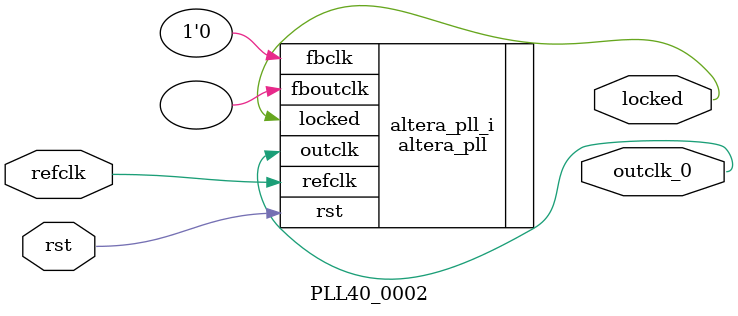
<source format=v>
`timescale 1ns/10ps
module  PLL40_0002(

	// interface 'refclk'
	input wire refclk,

	// interface 'reset'
	input wire rst,

	// interface 'outclk0'
	output wire outclk_0,

	// interface 'locked'
	output wire locked
);

	altera_pll #(
		.fractional_vco_multiplier("false"),
		.reference_clock_frequency("50.0 MHz"),
		.operation_mode("direct"),
		.number_of_clocks(1),
		.output_clock_frequency0("40.000000 MHz"),
		.phase_shift0("0 ps"),
		.duty_cycle0(50),
		.output_clock_frequency1("0 MHz"),
		.phase_shift1("0 ps"),
		.duty_cycle1(50),
		.output_clock_frequency2("0 MHz"),
		.phase_shift2("0 ps"),
		.duty_cycle2(50),
		.output_clock_frequency3("0 MHz"),
		.phase_shift3("0 ps"),
		.duty_cycle3(50),
		.output_clock_frequency4("0 MHz"),
		.phase_shift4("0 ps"),
		.duty_cycle4(50),
		.output_clock_frequency5("0 MHz"),
		.phase_shift5("0 ps"),
		.duty_cycle5(50),
		.output_clock_frequency6("0 MHz"),
		.phase_shift6("0 ps"),
		.duty_cycle6(50),
		.output_clock_frequency7("0 MHz"),
		.phase_shift7("0 ps"),
		.duty_cycle7(50),
		.output_clock_frequency8("0 MHz"),
		.phase_shift8("0 ps"),
		.duty_cycle8(50),
		.output_clock_frequency9("0 MHz"),
		.phase_shift9("0 ps"),
		.duty_cycle9(50),
		.output_clock_frequency10("0 MHz"),
		.phase_shift10("0 ps"),
		.duty_cycle10(50),
		.output_clock_frequency11("0 MHz"),
		.phase_shift11("0 ps"),
		.duty_cycle11(50),
		.output_clock_frequency12("0 MHz"),
		.phase_shift12("0 ps"),
		.duty_cycle12(50),
		.output_clock_frequency13("0 MHz"),
		.phase_shift13("0 ps"),
		.duty_cycle13(50),
		.output_clock_frequency14("0 MHz"),
		.phase_shift14("0 ps"),
		.duty_cycle14(50),
		.output_clock_frequency15("0 MHz"),
		.phase_shift15("0 ps"),
		.duty_cycle15(50),
		.output_clock_frequency16("0 MHz"),
		.phase_shift16("0 ps"),
		.duty_cycle16(50),
		.output_clock_frequency17("0 MHz"),
		.phase_shift17("0 ps"),
		.duty_cycle17(50),
		.pll_type("General"),
		.pll_subtype("General")
	) altera_pll_i (
		.rst	(rst),
		.outclk	({outclk_0}),
		.locked	(locked),
		.fboutclk	( ),
		.fbclk	(1'b0),
		.refclk	(refclk)
	);
endmodule


</source>
